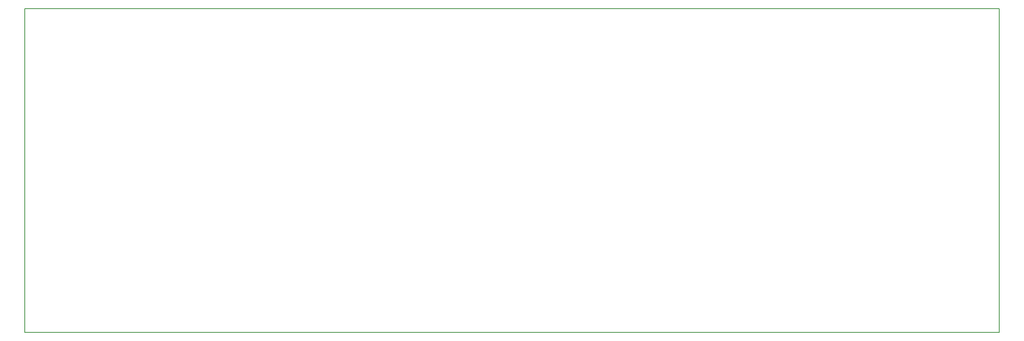
<source format=gko>
G04 #@! TF.FileFunction,Profile,NP*
%FSLAX46Y46*%
G04 Gerber Fmt 4.6, Leading zero omitted, Abs format (unit mm)*
G04 Created by KiCad (PCBNEW 4.0.6) date 01/08/18 11:05:28*
%MOMM*%
%LPD*%
G01*
G04 APERTURE LIST*
%ADD10C,0.100000*%
%ADD11C,0.150000*%
G04 APERTURE END LIST*
D10*
D11*
X40000000Y-50000000D02*
X40000000Y-120000000D01*
X250000000Y-50000000D02*
X40000000Y-50000000D01*
X250000000Y-120000000D02*
X250000000Y-50000000D01*
X40000000Y-120000000D02*
X250000000Y-120000000D01*
M02*

</source>
